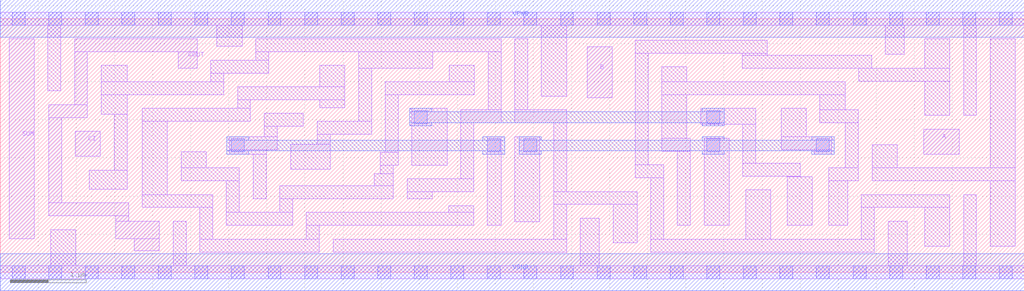
<source format=lef>
# Copyright 2020 The SkyWater PDK Authors
#
# Licensed under the Apache License, Version 2.0 (the "License");
# you may not use this file except in compliance with the License.
# You may obtain a copy of the License at
#
#     https://www.apache.org/licenses/LICENSE-2.0
#
# Unless required by applicable law or agreed to in writing, software
# distributed under the License is distributed on an "AS IS" BASIS,
# WITHOUT WARRANTIES OR CONDITIONS OF ANY KIND, either express or implied.
# See the License for the specific language governing permissions and
# limitations under the License.
#
# SPDX-License-Identifier: Apache-2.0

VERSION 5.7 ;
  NAMESCASESENSITIVE ON ;
  NOWIREEXTENSIONATPIN ON ;
  DIVIDERCHAR "/" ;
  BUSBITCHARS "[]" ;
UNITS
  DATABASE MICRONS 200 ;
END UNITS
MACRO sky130_fd_sc_lp__fah_1
  CLASS CORE ;
  SOURCE USER ;
  FOREIGN sky130_fd_sc_lp__fah_1 ;
  ORIGIN  0.000000  0.000000 ;
  SIZE  13.44000 BY  3.330000 ;
  SYMMETRY X Y R90 ;
  SITE unit ;
  PIN A
    ANTENNAGATEAREA  0.492000 ;
    DIRECTION INPUT ;
    USE SIGNAL ;
    PORT
      LAYER li1 ;
        RECT 12.125000 1.550000 12.590000 1.880000 ;
    END
  END A
  PIN B
    ANTENNAGATEAREA  0.759000 ;
    DIRECTION INPUT ;
    USE SIGNAL ;
    PORT
      LAYER li1 ;
        RECT 7.705000 2.290000 8.035000 2.960000 ;
    END
  END B
  PIN CI
    ANTENNAGATEAREA  0.246000 ;
    DIRECTION INPUT ;
    USE SIGNAL ;
    PORT
      LAYER li1 ;
        RECT 0.985000 1.520000 1.315000 1.850000 ;
    END
  END CI
  PIN COUT
    ANTENNADIFFAREA  0.598500 ;
    DIRECTION OUTPUT ;
    USE SIGNAL ;
    PORT
      LAYER li1 ;
        RECT 0.635000 0.740000 1.685000 0.910000 ;
        RECT 0.635000 0.910000 0.805000 2.030000 ;
        RECT 0.635000 2.030000 1.145000 2.200000 ;
        RECT 0.975000 2.200000 1.145000 2.895000 ;
        RECT 0.975000 2.895000 2.585000 3.065000 ;
        RECT 1.515000 0.440000 2.090000 0.670000 ;
        RECT 1.515000 0.670000 1.685000 0.740000 ;
        RECT 1.760000 0.280000 2.090000 0.440000 ;
        RECT 2.335000 2.680000 2.585000 2.895000 ;
    END
  END COUT
  PIN SUM
    ANTENNADIFFAREA  0.598500 ;
    DIRECTION OUTPUT ;
    USE SIGNAL ;
    PORT
      LAYER li1 ;
        RECT 0.115000 0.440000 0.445000 3.065000 ;
    END
  END SUM
  PIN VGND
    DIRECTION INOUT ;
    USE GROUND ;
    PORT
      LAYER met1 ;
        RECT 0.000000 -0.245000 13.440000 0.245000 ;
    END
  END VGND
  PIN VPWR
    DIRECTION INOUT ;
    USE POWER ;
    PORT
      LAYER met1 ;
        RECT 0.000000 3.085000 13.440000 3.575000 ;
    END
  END VPWR
  OBS
    LAYER li1 ;
      RECT  0.000000 -0.085000 13.440000 0.085000 ;
      RECT  0.000000  3.245000 13.440000 3.415000 ;
      RECT  0.625000  2.380000  0.795000 3.245000 ;
      RECT  0.660000  0.085000  0.990000 0.560000 ;
      RECT  1.170000  1.090000  1.665000 1.340000 ;
      RECT  1.325000  2.075000  1.665000 2.330000 ;
      RECT  1.325000  2.330000  2.935000 2.500000 ;
      RECT  1.325000  2.500000  1.665000 2.715000 ;
      RECT  1.495000  1.340000  1.665000 2.075000 ;
      RECT  1.865000  0.850000  2.790000 1.020000 ;
      RECT  1.865000  1.020000  2.195000 1.980000 ;
      RECT  1.865000  1.980000  3.285000 2.150000 ;
      RECT  2.270000  0.085000  2.440000 0.670000 ;
      RECT  2.375000  1.200000  3.140000 1.370000 ;
      RECT  2.375000  1.370000  2.705000 1.580000 ;
      RECT  2.620000  0.265000  4.190000 0.435000 ;
      RECT  2.620000  0.435000  2.790000 0.850000 ;
      RECT  2.765000  2.500000  2.935000 2.615000 ;
      RECT  2.765000  2.615000  3.525000 2.785000 ;
      RECT  2.845000  2.965000  3.175000 3.245000 ;
      RECT  2.970000  0.615000  3.840000 0.785000 ;
      RECT  2.970000  0.785000  3.140000 1.200000 ;
      RECT  3.005000  1.550000  3.490000 1.610000 ;
      RECT  3.005000  1.610000  3.635000 1.780000 ;
      RECT  3.115000  2.150000  3.285000 2.265000 ;
      RECT  3.115000  2.265000  4.525000 2.435000 ;
      RECT  3.320000  0.965000  3.490000 1.550000 ;
      RECT  3.355000  2.785000  3.525000 2.895000 ;
      RECT  3.355000  2.895000  6.575000 3.065000 ;
      RECT  3.465000  1.780000  3.635000 1.915000 ;
      RECT  3.465000  1.915000  3.980000 2.085000 ;
      RECT  3.670000  0.785000  3.840000 0.965000 ;
      RECT  3.670000  0.965000  5.160000 1.135000 ;
      RECT  3.815000  1.350000  4.330000 1.680000 ;
      RECT  4.020000  0.435000  4.190000 0.615000 ;
      RECT  4.020000  0.615000  6.215000 0.785000 ;
      RECT  4.160000  1.680000  4.330000 1.810000 ;
      RECT  4.160000  1.810000  4.875000 1.980000 ;
      RECT  4.195000  2.160000  4.525000 2.265000 ;
      RECT  4.195000  2.435000  4.525000 2.715000 ;
      RECT  4.370000  0.265000  7.435000 0.435000 ;
      RECT  4.705000  1.980000  4.875000 2.680000 ;
      RECT  4.705000  2.680000  5.680000 2.895000 ;
      RECT  4.910000  1.135000  5.160000 1.295000 ;
      RECT  4.990000  1.295000  5.160000 1.405000 ;
      RECT  4.990000  1.405000  5.225000 1.575000 ;
      RECT  5.055000  1.575000  5.225000 2.330000 ;
      RECT  5.055000  2.330000  6.225000 2.500000 ;
      RECT  5.340000  0.965000  5.670000 1.055000 ;
      RECT  5.340000  1.055000  6.215000 1.225000 ;
      RECT  5.405000  1.405000  5.865000 2.150000 ;
      RECT  5.885000  0.785000  6.215000 0.875000 ;
      RECT  5.895000  2.500000  6.225000 2.715000 ;
      RECT  6.045000  1.225000  6.215000 1.960000 ;
      RECT  6.045000  1.960000  6.575000 2.130000 ;
      RECT  6.395000  0.615000  6.575000 1.780000 ;
      RECT  6.405000  2.130000  6.575000 2.895000 ;
      RECT  6.755000  0.665000  7.085000 1.780000 ;
      RECT  6.755000  1.960000  7.435000 2.130000 ;
      RECT  6.755000  2.130000  6.925000 3.065000 ;
      RECT  7.105000  2.310000  7.435000 3.245000 ;
      RECT  7.265000  0.435000  7.435000 0.890000 ;
      RECT  7.265000  0.890000  8.360000 1.060000 ;
      RECT  7.265000  1.060000  7.435000 1.960000 ;
      RECT  7.615000  0.085000  7.865000 0.710000 ;
      RECT  8.045000  0.390000  8.360000 0.890000 ;
      RECT  8.335000  1.240000  8.710000 1.410000 ;
      RECT  8.335000  1.410000  8.505000 2.875000 ;
      RECT  8.335000  2.875000 10.070000 3.045000 ;
      RECT  8.540000  0.265000 11.475000 0.435000 ;
      RECT  8.540000  0.435000  8.710000 1.240000 ;
      RECT  8.685000  1.590000  9.060000 1.760000 ;
      RECT  8.685000  1.760000  9.015000 2.330000 ;
      RECT  8.685000  2.330000 11.090000 2.500000 ;
      RECT  8.685000  2.500000  9.015000 2.695000 ;
      RECT  8.890000  0.615000  9.060000 1.590000 ;
      RECT  9.195000  1.940000  9.920000 2.150000 ;
      RECT  9.240000  0.615000  9.570000 1.760000 ;
      RECT  9.740000  2.680000 11.440000 2.850000 ;
      RECT  9.740000  2.850000 10.070000 2.875000 ;
      RECT  9.750000  1.260000 10.500000 1.430000 ;
      RECT  9.750000  1.430000  9.920000 1.940000 ;
      RECT  9.785000  0.435000 10.115000 1.080000 ;
      RECT 10.250000  1.610000 10.915000 1.780000 ;
      RECT 10.250000  1.780000 10.580000 2.150000 ;
      RECT 10.330000  0.615000 10.660000 1.255000 ;
      RECT 10.330000  1.255000 10.500000 1.260000 ;
      RECT 10.685000  1.550000 10.915000 1.610000 ;
      RECT 10.760000  1.960000 11.265000 2.130000 ;
      RECT 10.760000  2.130000 11.090000 2.330000 ;
      RECT 10.875000  0.615000 11.125000 1.200000 ;
      RECT 10.875000  1.200000 11.265000 1.370000 ;
      RECT 11.095000  1.370000 11.265000 1.960000 ;
      RECT 11.270000  2.510000 12.465000 2.680000 ;
      RECT 11.305000  0.435000 11.475000 0.850000 ;
      RECT 11.305000  0.850000 12.465000 1.020000 ;
      RECT 11.445000  1.200000 13.325000 1.370000 ;
      RECT 11.445000  1.370000 11.775000 1.675000 ;
      RECT 11.620000  2.860000 11.870000 3.245000 ;
      RECT 11.655000  0.085000 11.905000 0.670000 ;
      RECT 12.135000  0.340000 12.465000 0.850000 ;
      RECT 12.135000  2.060000 12.465000 2.510000 ;
      RECT 12.135000  2.680000 12.465000 3.065000 ;
      RECT 12.645000  0.085000 12.815000 1.020000 ;
      RECT 12.645000  2.060000 12.815000 3.245000 ;
      RECT 12.995000  0.340000 13.325000 1.200000 ;
      RECT 12.995000  1.370000 13.325000 3.065000 ;
    LAYER mcon ;
      RECT  0.155000 -0.085000  0.325000 0.085000 ;
      RECT  0.155000  3.245000  0.325000 3.415000 ;
      RECT  0.635000 -0.085000  0.805000 0.085000 ;
      RECT  0.635000  3.245000  0.805000 3.415000 ;
      RECT  1.115000 -0.085000  1.285000 0.085000 ;
      RECT  1.115000  3.245000  1.285000 3.415000 ;
      RECT  1.595000 -0.085000  1.765000 0.085000 ;
      RECT  1.595000  3.245000  1.765000 3.415000 ;
      RECT  2.075000 -0.085000  2.245000 0.085000 ;
      RECT  2.075000  3.245000  2.245000 3.415000 ;
      RECT  2.555000 -0.085000  2.725000 0.085000 ;
      RECT  2.555000  3.245000  2.725000 3.415000 ;
      RECT  3.035000 -0.085000  3.205000 0.085000 ;
      RECT  3.035000  1.580000  3.205000 1.750000 ;
      RECT  3.035000  3.245000  3.205000 3.415000 ;
      RECT  3.515000 -0.085000  3.685000 0.085000 ;
      RECT  3.515000  3.245000  3.685000 3.415000 ;
      RECT  3.995000 -0.085000  4.165000 0.085000 ;
      RECT  3.995000  3.245000  4.165000 3.415000 ;
      RECT  4.475000 -0.085000  4.645000 0.085000 ;
      RECT  4.475000  3.245000  4.645000 3.415000 ;
      RECT  4.955000 -0.085000  5.125000 0.085000 ;
      RECT  4.955000  3.245000  5.125000 3.415000 ;
      RECT  5.435000 -0.085000  5.605000 0.085000 ;
      RECT  5.435000  1.950000  5.605000 2.120000 ;
      RECT  5.435000  3.245000  5.605000 3.415000 ;
      RECT  5.915000 -0.085000  6.085000 0.085000 ;
      RECT  5.915000  3.245000  6.085000 3.415000 ;
      RECT  6.395000 -0.085000  6.565000 0.085000 ;
      RECT  6.395000  1.580000  6.565000 1.750000 ;
      RECT  6.395000  3.245000  6.565000 3.415000 ;
      RECT  6.875000 -0.085000  7.045000 0.085000 ;
      RECT  6.875000  1.580000  7.045000 1.750000 ;
      RECT  6.875000  3.245000  7.045000 3.415000 ;
      RECT  7.355000 -0.085000  7.525000 0.085000 ;
      RECT  7.355000  3.245000  7.525000 3.415000 ;
      RECT  7.835000 -0.085000  8.005000 0.085000 ;
      RECT  7.835000  3.245000  8.005000 3.415000 ;
      RECT  8.315000 -0.085000  8.485000 0.085000 ;
      RECT  8.315000  3.245000  8.485000 3.415000 ;
      RECT  8.795000 -0.085000  8.965000 0.085000 ;
      RECT  8.795000  3.245000  8.965000 3.415000 ;
      RECT  9.275000 -0.085000  9.445000 0.085000 ;
      RECT  9.275000  1.580000  9.445000 1.750000 ;
      RECT  9.275000  1.950000  9.445000 2.120000 ;
      RECT  9.275000  3.245000  9.445000 3.415000 ;
      RECT  9.755000 -0.085000  9.925000 0.085000 ;
      RECT  9.755000  3.245000  9.925000 3.415000 ;
      RECT 10.235000 -0.085000 10.405000 0.085000 ;
      RECT 10.235000  3.245000 10.405000 3.415000 ;
      RECT 10.715000 -0.085000 10.885000 0.085000 ;
      RECT 10.715000  1.580000 10.885000 1.750000 ;
      RECT 10.715000  3.245000 10.885000 3.415000 ;
      RECT 11.195000 -0.085000 11.365000 0.085000 ;
      RECT 11.195000  3.245000 11.365000 3.415000 ;
      RECT 11.675000 -0.085000 11.845000 0.085000 ;
      RECT 11.675000  3.245000 11.845000 3.415000 ;
      RECT 12.155000 -0.085000 12.325000 0.085000 ;
      RECT 12.155000  3.245000 12.325000 3.415000 ;
      RECT 12.635000 -0.085000 12.805000 0.085000 ;
      RECT 12.635000  3.245000 12.805000 3.415000 ;
      RECT 13.115000 -0.085000 13.285000 0.085000 ;
      RECT 13.115000  3.245000 13.285000 3.415000 ;
    LAYER met1 ;
      RECT  2.975000 1.550000  3.265000 1.595000 ;
      RECT  2.975000 1.595000  6.625000 1.735000 ;
      RECT  2.975000 1.735000  3.265000 1.780000 ;
      RECT  5.375000 1.920000  5.665000 1.965000 ;
      RECT  5.375000 1.965000  9.505000 2.105000 ;
      RECT  5.375000 2.105000  5.665000 2.150000 ;
      RECT  6.335000 1.550000  6.625000 1.595000 ;
      RECT  6.335000 1.735000  6.625000 1.780000 ;
      RECT  6.815000 1.550000  7.105000 1.595000 ;
      RECT  6.815000 1.595000 10.945000 1.735000 ;
      RECT  6.815000 1.735000  7.105000 1.780000 ;
      RECT  9.215000 1.550000  9.505000 1.595000 ;
      RECT  9.215000 1.735000  9.505000 1.780000 ;
      RECT  9.215000 1.920000  9.505000 1.965000 ;
      RECT  9.215000 2.105000  9.505000 2.150000 ;
      RECT 10.655000 1.550000 10.945000 1.595000 ;
      RECT 10.655000 1.735000 10.945000 1.780000 ;
  END
END sky130_fd_sc_lp__fah_1

</source>
